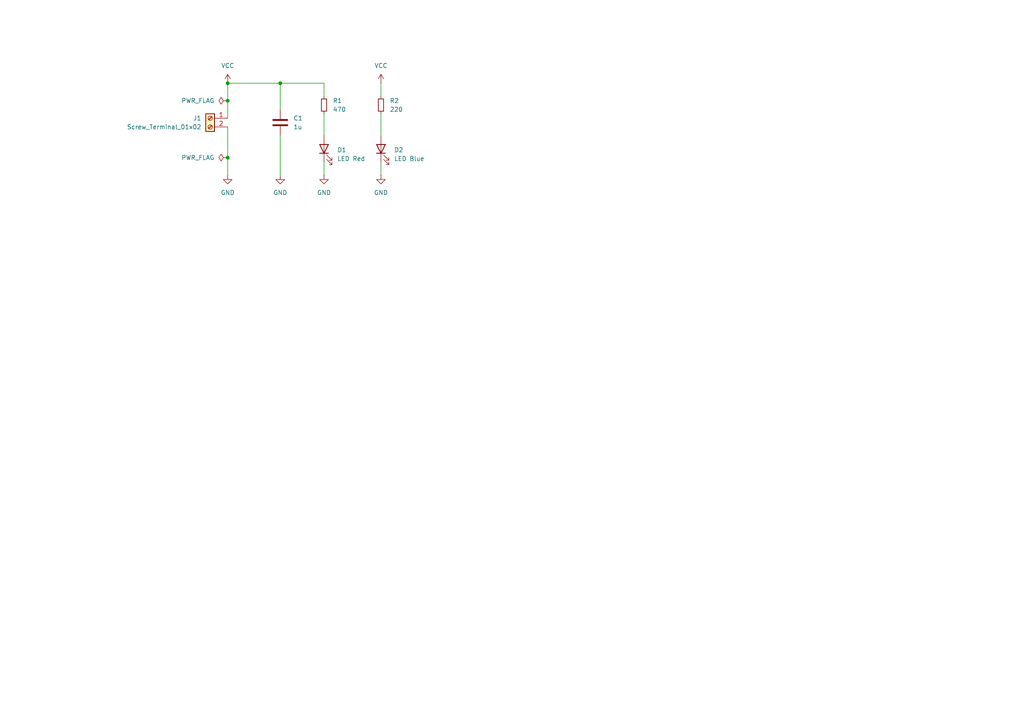
<source format=kicad_sch>
(kicad_sch (version 20231120) (generator "eeschema") (generator_version "8.0")
  (paper "A4")
  (lib_symbols
    (symbol "Connector:Screw_Terminal_01x02" (pin_names (offset 1.016) hide)
      (property "Reference" "J" (at 0 2.54 0))
      (property "Value" "Screw_Terminal_01x02" (at 0 -5.08 0))
      (symbol "Screw_Terminal_01x02_1_1"
        (rectangle (start -1.27 1.27) (end 1.27 -3.81) (stroke (width 0.254)) (fill (type background)))
        (circle (center 0 -2.54) (radius 0.635) (stroke (width 0.1524)))
        (polyline (pts (xy -0.5334 -2.2098) (xy 0.3302 -3.048)) (stroke (width 0.1524)))
        (polyline (pts (xy -0.5334 0.3302) (xy 0.3302 -0.508)) (stroke (width 0.1524)))
        (polyline (pts (xy -0.3556 -2.032) (xy 0.508 -2.8702)) (stroke (width 0.1524)))
        (polyline (pts (xy -0.3556 0.508) (xy 0.508 -0.3302)) (stroke (width 0.1524)))
        (circle (center 0 0) (radius 0.635) (stroke (width 0.1524)))
        (pin passive line (at -5.08 0 0) (length 3.81) (name "Pin_1") (number "1"))
        (pin passive line (at -5.08 -2.54 0) (length 3.81) (name "Pin_2") (number "2"))
      )
    )
    (symbol "Device:C" (pin_numbers hide) (pin_names (offset 0.254))
      (property "Reference" "C" (at 0.635 2.54 0))
      (property "Value" "C" (at 0.635 -2.54 0))
      (symbol "C_0_1"
        (polyline (pts (xy -2.032 -0.762) (xy 2.032 -0.762)) (stroke (width 0.508)))
        (polyline (pts (xy -2.032 0.762) (xy 2.032 0.762)) (stroke (width 0.508)))
      )
      (symbol "C_1_1"
        (pin passive line (at 0 3.81 270) (length 2.794) (name "~") (number "1"))
        (pin passive line (at 0 -3.81 90) (length 2.794) (name "~") (number "2"))
      )
    )
    (symbol "Device:LED" (pin_numbers hide) (pin_names (offset 1.016) hide)
      (property "Reference" "D" (at 0 2.54 0))
      (property "Value" "LED" (at 0 -2.54 0))
      (symbol "LED_0_1"
        (polyline (pts (xy -1.27 -1.27) (xy -1.27 1.27)) (stroke (width 0.254)))
        (polyline (pts (xy -1.27 0) (xy 1.27 0)))
        (polyline (pts (xy 1.27 -1.27) (xy 1.27 1.27) (xy -1.27 0) (xy 1.27 -1.27)) (stroke (width 0.254)))
        (polyline (pts (xy -3.048 -0.762) (xy -4.572 -2.286) (xy -3.81 -2.286) (xy -4.572 -2.286) (xy -4.572 -1.524)))
        (polyline (pts (xy -1.778 -0.762) (xy -3.302 -2.286) (xy -2.54 -2.286) (xy -3.302 -2.286) (xy -3.302 -1.524)))
      )
      (symbol "LED_1_1"
        (pin passive line (at -3.81 0 0) (length 2.54) (name "K") (number "1"))
        (pin passive line (at 3.81 0 180) (length 2.54) (name "A") (number "2"))
      )
    )
    (symbol "Device:R_Small" (pin_numbers hide) (pin_names (offset 0.254) hide)
      (property "Reference" "R" (at 0.762 0.508 0))
      (property "Value" "R_Small" (at 0.762 -1.016 0))
      (symbol "R_Small_0_1"
        (rectangle (start -0.762 1.778) (end 0.762 -1.778) (stroke (width 0.2032)))
      )
      (symbol "R_Small_1_1"
        (pin passive line (at 0 2.54 270) (length 0.762) (name "~") (number "1"))
        (pin passive line (at 0 -2.54 90) (length 0.762) (name "~") (number "2"))
      )
    )
    (symbol "power:GND" (power) (pin_numbers hide) (pin_names (offset 0) hide)
      (property "Value" "GND" (at 0 -3.81 0))
      (symbol "GND_0_1"
        (polyline (pts (xy 0 0) (xy 0 -1.27) (xy 1.27 -1.27) (xy 0 -2.54) (xy -1.27 -1.27) (xy 0 -1.27)))
      )
      (symbol "GND_1_1"
        (pin power_in line (at 0 0 270) (length 0) (name "~") (number "1"))
      )
    )
    (symbol "power:PWR_FLAG" (power) (pin_numbers hide) (pin_names (offset 0) hide)
      (property "Value" "PWR_FLAG" (at 0 3.81 0))
      (symbol "PWR_FLAG_0_0"
        (pin power_out line (at 0 0 90) (length 0) (name "~") (number "1"))
      )
      (symbol "PWR_FLAG_0_1"
        (polyline (pts (xy 0 0) (xy 0 1.27) (xy -1.016 1.905) (xy 0 2.54) (xy 1.016 1.905) (xy 0 1.27)))
      )
    )
    (symbol "power:VCC" (power) (pin_numbers hide) (pin_names (offset 0) hide)
      (property "Value" "VCC" (at 0 3.556 0))
      (symbol "VCC_0_1"
        (polyline (pts (xy -0.762 1.27) (xy 0 2.54)))
        (polyline (pts (xy 0 0) (xy 0 2.54)))
        (polyline (pts (xy 0 2.54) (xy 0.762 1.27)))
      )
      (symbol "VCC_1_1"
        (pin power_in line (at 0 0 90) (length 0) (name "~") (number "1"))
      )
    )
  )
  (junction (at 66.04 29.21))
  (junction (at 81.28 24.13))
  (junction (at 66.04 45.72))
  (junction (at 66.04 24.13))
  (wire (pts (xy 110.49 24.13) (xy 110.49 27.94)))
  (wire (pts (xy 110.49 33.02) (xy 110.49 39.37)))
  (wire (pts (xy 93.98 33.02) (xy 93.98 39.37)))
  (wire (pts (xy 66.04 34.29) (xy 66.04 29.21)))
  (wire (pts (xy 66.04 29.21) (xy 66.04 24.13)))
  (wire (pts (xy 81.28 24.13) (xy 93.98 24.13)))
  (wire (pts (xy 66.04 45.72) (xy 66.04 50.8)))
  (wire (pts (xy 66.04 36.83) (xy 66.04 45.72)))
  (wire (pts (xy 93.98 24.13) (xy 93.98 27.94)))
  (wire (pts (xy 81.28 31.75) (xy 81.28 24.13)))
  (wire (pts (xy 110.49 46.99) (xy 110.49 50.8)))
  (wire (pts (xy 93.98 46.99) (xy 93.98 50.8)))
  (wire (pts (xy 66.04 24.13) (xy 81.28 24.13)))
  (wire (pts (xy 81.28 39.37) (xy 81.28 50.8)))
  (symbol (lib_id "power:PWR_FLAG") (at 66.04 45.72 90) (unit 1)
    (property "Reference" "#FLG01" (effects (hide yes)))
    (property "Value" "PWR_FLAG" (at 62.23 45.7199 90) (effects (justify left)))
    (property "Description" "Special symbol for telling ERC where power comes from" (effects (hide yes)))
  )
  (symbol (lib_id "power:GND") (at 110.49 50.8 0) (unit 1)
    (property "Reference" "#PWR03" (effects (hide yes)))
    (property "Value" "GND" (at 110.49 55.88 0))
    (property "Description" "Power symbol creates a global label with name \"GND\" , ground" (effects (hide yes)))
  )
  (symbol (lib_id "power:GND") (at 93.98 50.8 0) (unit 1)
    (property "Reference" "#PWR02" (effects (hide yes)))
    (property "Value" "GND" (at 93.98 55.88 0))
    (property "Description" "Power symbol creates a global label with name \"GND\" , ground" (effects (hide yes)))
  )
  (symbol (lib_id "Connector:Screw_Terminal_01x02") (at 60.96 34.29 0) (mirror y) (unit 1)
    (property "Reference" "J1" (at 58.42 34.2899 0) (effects (justify left)))
    (property "Value" "Screw_Terminal_01x02" (at 58.42 36.8299 0) (effects (justify left)))
    (property "Footprint" "TerminalBlock:TerminalBlock_Altech_AK300-2_P5.00mm" (effects (hide yes)))
    (property "Description" "Generic screw terminal, single row, 01x02, script generated (kicad-library-utils/schlib/autogen/connector/)" (effects (hide yes)))
  )
  (symbol (lib_id "Device:LED") (at 93.98 43.18 90) (unit 1)
    (property "Reference" "D1" (at 97.79 43.4974 90) (effects (justify right)))
    (property "Value" "LED Red" (at 97.79 46.0374 90) (effects (justify right)))
    (property "Footprint" "LED_SMD:LED_0805_2012Metric_Pad1.15x1.40mm_HandSolder" (effects (hide yes)))
    (property "Description" "Light emitting diode" (effects (hide yes)))
  )
  (symbol (lib_id "power:GND") (at 66.04 50.8 0) (unit 1)
    (property "Reference" "#PWR04" (effects (hide yes)))
    (property "Value" "GND" (at 66.04 55.88 0))
    (property "Description" "Power symbol creates a global label with name \"GND\" , ground" (effects (hide yes)))
  )
  (symbol (lib_id "Device:LED") (at 110.49 43.18 90) (unit 1)
    (property "Reference" "D2" (at 114.3 43.4974 90) (effects (justify right)))
    (property "Value" "LED Blue" (at 114.3 46.0374 90) (effects (justify right)))
    (property "Footprint" "LED_SMD:LED_0805_2012Metric_Pad1.15x1.40mm_HandSolder" (effects (hide yes)))
    (property "Description" "Light emitting diode" (effects (hide yes)))
  )
  (symbol (lib_id "power:GND") (at 81.28 50.8 0) (unit 1)
    (property "Reference" "#PWR01" (effects (hide yes)))
    (property "Value" "GND" (at 81.28 55.88 0))
    (property "Description" "Power symbol creates a global label with name \"GND\" , ground" (effects (hide yes)))
  )
  (symbol (lib_id "power:PWR_FLAG") (at 66.04 29.21 90) (unit 1)
    (property "Reference" "#FLG02" (effects (hide yes)))
    (property "Value" "PWR_FLAG" (at 62.23 29.2099 90) (effects (justify left)))
    (property "Description" "Special symbol for telling ERC where power comes from" (effects (hide yes)))
  )
  (symbol (lib_id "Device:R_Small") (at 110.49 30.48 0) (unit 1)
    (property "Reference" "R2" (at 113.03 29.2099 0) (effects (justify left)))
    (property "Value" "220" (at 113.03 31.7499 0) (effects (justify left)))
    (property "Footprint" "Resistor_THT:R_Axial_DIN0922_L20.0mm_D9.0mm_P25.40mm_Horizontal" (effects (hide yes)))
    (property "Description" "Resistor, small symbol" (effects (hide yes)))
  )
  (symbol (lib_id "Device:R_Small") (at 93.98 30.48 0) (unit 1)
    (property "Reference" "R1" (at 96.52 29.2099 0) (effects (justify left)))
    (property "Value" "470" (at 96.52 31.7499 0) (effects (justify left)))
    (property "Footprint" "Resistor_SMD:R_0805_2012Metric_Pad1.20x1.40mm_HandSolder" (effects (hide yes)))
    (property "Description" "Resistor, small symbol" (effects (hide yes)))
  )
  (symbol (lib_id "power:VCC") (at 110.49 24.13 0) (unit 1)
    (property "Reference" "#PWR06" (effects (hide yes)))
    (property "Value" "VCC" (at 110.49 19.05 0))
    (property "Description" "Power symbol creates a global label with name \"VCC\"" (effects (hide yes)))
  )
  (symbol (lib_id "Device:C") (at 81.28 35.56 0) (unit 1)
    (property "Reference" "C1" (at 85.09 34.2899 0) (effects (justify left)))
    (property "Value" "1u" (at 85.09 36.8299 0) (effects (justify left)))
    (property "Footprint" "Capacitor_SMD:C_0805_2012Metric_Pad1.18x1.45mm_HandSolder" (effects (hide yes)))
    (property "Description" "Unpolarized capacitor" (effects (hide yes)))
  )
  (symbol (lib_id "power:VCC") (at 66.04 24.13 0) (unit 1)
    (property "Reference" "#PWR05" (effects (hide yes)))
    (property "Value" "VCC" (at 66.04 19.05 0))
    (property "Description" "Power symbol creates a global label with name \"VCC\"" (effects (hide yes)))
  )
)
</source>
